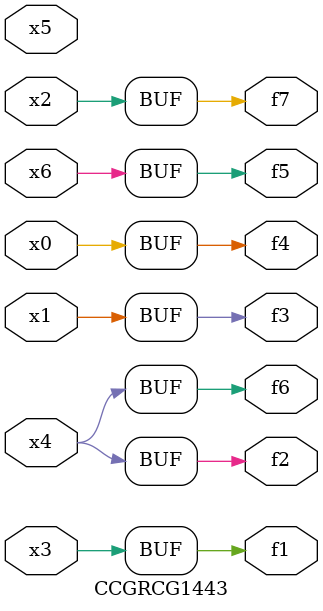
<source format=v>
module CCGRCG1443(
	input x0, x1, x2, x3, x4, x5, x6,
	output f1, f2, f3, f4, f5, f6, f7
);
	assign f1 = x3;
	assign f2 = x4;
	assign f3 = x1;
	assign f4 = x0;
	assign f5 = x6;
	assign f6 = x4;
	assign f7 = x2;
endmodule

</source>
